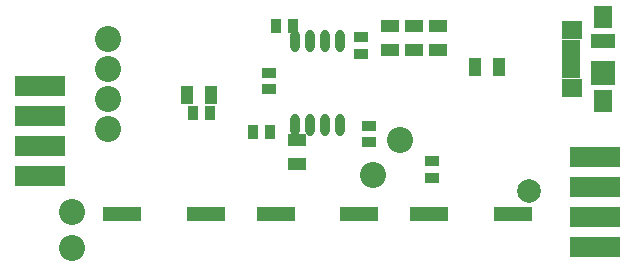
<source format=gts>
G04*
G04 #@! TF.GenerationSoftware,Altium Limited,Altium Designer,20.2.4 (192)*
G04*
G04 Layer_Color=8388736*
%FSLAX25Y25*%
%MOIN*%
G70*
G04*
G04 #@! TF.SameCoordinates,121250D4-26CC-48BE-A980-2B83B7959B4A*
G04*
G04*
G04 #@! TF.FilePolarity,Negative*
G04*
G01*
G75*
%ADD26R,0.06312X0.03950*%
%ADD27O,0.03162X0.07493*%
%ADD28R,0.16548X0.06706*%
%ADD29R,0.03477X0.04658*%
%ADD30R,0.03950X0.06312*%
%ADD31R,0.04658X0.03477*%
%ADD32R,0.05918X0.07296*%
%ADD33R,0.08280X0.07887*%
%ADD34R,0.06902X0.06410*%
%ADD35R,0.06312X0.02572*%
%ADD36R,0.08280X0.04737*%
%ADD37R,0.12611X0.04737*%
%ADD38C,0.08674*%
%ADD39C,0.07887*%
D26*
X-7000Y-11035D02*
D03*
Y-2965D02*
D03*
X24000Y26965D02*
D03*
Y35035D02*
D03*
X32000D02*
D03*
Y26965D02*
D03*
X40000Y35035D02*
D03*
Y26965D02*
D03*
D27*
X-7500Y2024D02*
D03*
X-2500D02*
D03*
X2500D02*
D03*
X7500D02*
D03*
X-7500Y29976D02*
D03*
X-2500D02*
D03*
X2500D02*
D03*
X7500D02*
D03*
D28*
X92520Y-38622D02*
D03*
Y-28622D02*
D03*
Y-18622D02*
D03*
Y-8622D02*
D03*
X-92520Y15000D02*
D03*
Y5000D02*
D03*
Y-5000D02*
D03*
Y-15000D02*
D03*
D29*
X-15844Y-300D02*
D03*
X-21356D02*
D03*
X-35844Y6000D02*
D03*
X-41356D02*
D03*
X-8244Y35000D02*
D03*
X-13756D02*
D03*
D30*
X-43635Y12000D02*
D03*
X-35565D02*
D03*
X60435Y21400D02*
D03*
X52365D02*
D03*
D31*
X-16100Y14044D02*
D03*
Y19556D02*
D03*
X14400Y31356D02*
D03*
Y25844D02*
D03*
X38200Y-15456D02*
D03*
Y-9944D02*
D03*
X17300Y1756D02*
D03*
Y-3756D02*
D03*
D32*
X95079Y38076D02*
D03*
Y10124D02*
D03*
D33*
Y19572D02*
D03*
D34*
X84941Y33903D02*
D03*
Y14297D02*
D03*
D35*
X84646Y21541D02*
D03*
Y18982D02*
D03*
Y29218D02*
D03*
Y24100D02*
D03*
Y26659D02*
D03*
D36*
X95079Y30202D02*
D03*
D37*
X65158Y-27559D02*
D03*
X37205D02*
D03*
X13976D02*
D03*
X-13976D02*
D03*
X-37205D02*
D03*
X-65158D02*
D03*
D38*
X18400Y-14600D02*
D03*
X27500Y-2900D02*
D03*
X-69685Y748D02*
D03*
Y10748D02*
D03*
Y20748D02*
D03*
Y30748D02*
D03*
X-81900Y-26989D02*
D03*
Y-38800D02*
D03*
D39*
X70400Y-20000D02*
D03*
M02*

</source>
